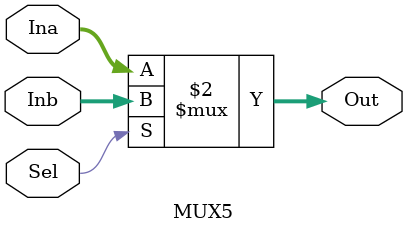
<source format=v>
module MUX5(Sel, Ina, Inb, Out);
    input Sel;
    input [4: 0] Ina;
    input [4: 0] Inb;
    output [4: 0] Out;

    assign Out = (Sel == 0) ? Ina : Inb;

endmodule
</source>
